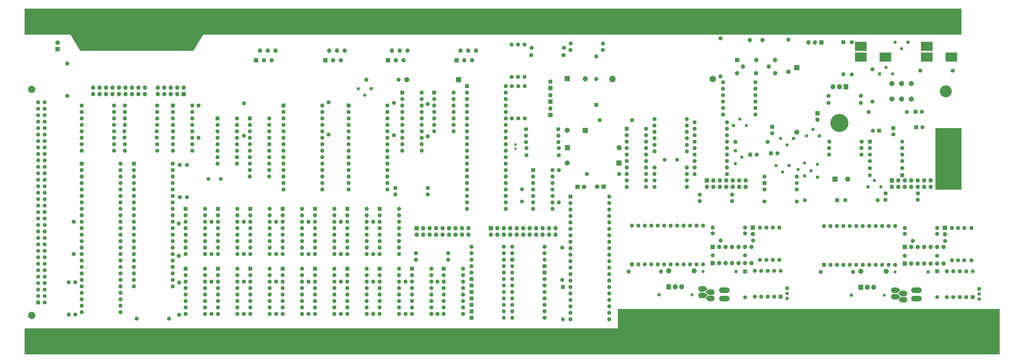
<source format=gbs>
%TF.GenerationSoftware,KiCad,Pcbnew,8.0.6+1*%
%TF.CreationDate,2024-12-23T15:37:47+01:00*%
%TF.ProjectId,Issue_6,49737375-655f-4362-9e6b-696361645f70,0*%
%TF.SameCoordinates,Original*%
%TF.FileFunction,Soldermask,Bot*%
%TF.FilePolarity,Negative*%
%FSLAX46Y46*%
G04 Gerber Fmt 4.6, Leading zero omitted, Abs format (unit mm)*
G04 Created by KiCad (PCBNEW 8.0.6+1) date 2024-12-23 15:37:47*
%MOMM*%
%LPD*%
G01*
G04 APERTURE LIST*
G04 Aperture macros list*
%AMRoundRect*
0 Rectangle with rounded corners*
0 $1 Rounding radius*
0 $2 $3 $4 $5 $6 $7 $8 $9 X,Y pos of 4 corners*
0 Add a 4 corners polygon primitive as box body*
4,1,4,$2,$3,$4,$5,$6,$7,$8,$9,$2,$3,0*
0 Add four circle primitives for the rounded corners*
1,1,$1+$1,$2,$3*
1,1,$1+$1,$4,$5*
1,1,$1+$1,$6,$7*
1,1,$1+$1,$8,$9*
0 Add four rect primitives between the rounded corners*
20,1,$1+$1,$2,$3,$4,$5,0*
20,1,$1+$1,$4,$5,$6,$7,0*
20,1,$1+$1,$6,$7,$8,$9,0*
20,1,$1+$1,$8,$9,$2,$3,0*%
%AMRotRect*
0 Rectangle, with rotation*
0 The origin of the aperture is its center*
0 $1 length*
0 $2 width*
0 $3 Rotation angle, in degrees counterclockwise*
0 Add horizontal line*
21,1,$1,$2,0,0,$3*%
G04 Aperture macros list end*
%ADD10C,3.581000*%
%ADD11C,0.100000*%
%ADD12C,2.350446*%
%ADD13RoundRect,0.500000X-3.750000X-0.350000X3.750000X-0.350000X3.750000X0.350000X-3.750000X0.350000X0*%
%ADD14R,1.600000X1.600000*%
%ADD15O,1.600000X1.600000*%
%ADD16R,1.700000X1.700000*%
%ADD17O,1.700000X1.700000*%
%ADD18RoundRect,0.050800X-2.250000X1.750000X-2.250000X-1.750000X2.250000X-1.750000X2.250000X1.750000X0*%
%ADD19R,1.905000X2.000000*%
%ADD20O,1.905000X2.000000*%
%ADD21C,1.600000*%
%ADD22R,1.200000X1.200000*%
%ADD23C,1.200000*%
%ADD24R,1.500000X1.500000*%
%ADD25O,1.500000X1.500000*%
%ADD26R,1.350000X1.350000*%
%ADD27O,1.350000X1.350000*%
%ADD28RotRect,1.500000X1.500000X45.000000*%
%ADD29RoundRect,1.100000X0.400000X0.000010X-0.400000X0.000010X-0.400000X-0.000010X0.400000X-0.000010X0*%
%ADD30RoundRect,1.100000X-0.400000X-0.000010X0.400000X-0.000010X0.400000X0.000010X-0.400000X0.000010X0*%
%ADD31R,1.300000X1.300000*%
%ADD32C,1.300000*%
%ADD33R,2.000000X2.000000*%
%ADD34O,2.000000X2.000000*%
%ADD35C,1.000000*%
%ADD36RoundRect,1.100000X-0.975000X-0.000010X0.975000X-0.000010X0.975000X0.000010X-0.975000X0.000010X0*%
%ADD37R,1.800000X1.800000*%
%ADD38C,1.800000*%
%ADD39C,2.000000*%
%ADD40C,1.500000*%
%ADD41C,2.850000*%
%ADD42RoundRect,0.249999X-0.525001X0.525001X-0.525001X-0.525001X0.525001X-0.525001X0.525001X0.525001X0*%
%ADD43C,1.550000*%
%ADD44O,2.500000X2.600000*%
%ADD45O,2.500000X2.500000*%
G04 APERTURE END LIST*
D10*
X345071500Y-126238000D02*
G75*
G02*
X341490500Y-126238000I-1790500J0D01*
G01*
X341490500Y-126238000D02*
G75*
G02*
X345071500Y-126238000I1790500J0D01*
G01*
D11*
X391160000Y-91440000D02*
X93345000Y-91440000D01*
X89535000Y-97790000D01*
X45085000Y-97790000D01*
X41275000Y-91440000D01*
X23241000Y-91440000D01*
X23241000Y-81280000D01*
X391160000Y-81280000D01*
X391160000Y-91440000D01*
G36*
X391160000Y-91440000D02*
G01*
X93345000Y-91440000D01*
X89535000Y-97790000D01*
X45085000Y-97790000D01*
X41275000Y-91440000D01*
X23241000Y-91440000D01*
X23241000Y-81280000D01*
X391160000Y-81280000D01*
X391160000Y-91440000D01*
G37*
X406146000Y-217170000D02*
X23241000Y-217170000D01*
X23241000Y-207010000D01*
X256286000Y-207010000D01*
X256286000Y-199390000D01*
X406146000Y-199390000D01*
X406146000Y-217170000D01*
G36*
X406146000Y-217170000D02*
G01*
X23241000Y-217170000D01*
X23241000Y-207010000D01*
X256286000Y-207010000D01*
X256286000Y-199390000D01*
X406146000Y-199390000D01*
X406146000Y-217170000D01*
G37*
X381000000Y-128270000D02*
X391160000Y-128270000D01*
X391160000Y-152400000D01*
X381000000Y-152400000D01*
X381000000Y-128270000D01*
G36*
X381000000Y-128270000D02*
G01*
X391160000Y-128270000D01*
X391160000Y-152400000D01*
X381000000Y-152400000D01*
X381000000Y-128270000D01*
G37*
%TO.C,S3*%
D12*
X386239223Y-113792000D02*
G75*
G02*
X383888777Y-113792000I-1175223J0D01*
G01*
X383888777Y-113792000D02*
G75*
G02*
X386239223Y-113792000I1175223J0D01*
G01*
%TD*%
D13*
%TO.C,EC1*%
X386207000Y-131318000D03*
X386207000Y-133858000D03*
X386207000Y-138938000D03*
X386207000Y-141478000D03*
X386207000Y-144018000D03*
X386207000Y-146558000D03*
X386207000Y-149098000D03*
%TD*%
D14*
%TO.C,D26*%
X344805000Y-94488000D03*
D15*
X344805000Y-107061000D03*
%TD*%
D16*
%TO.C,J2*%
X85725000Y-114845000D03*
D17*
X85725000Y-112305000D03*
X83185000Y-114845000D03*
X83185000Y-112305000D03*
X80645000Y-114845000D03*
X80645000Y-112305000D03*
X78105000Y-114845000D03*
X78105000Y-112305000D03*
X75565000Y-114845000D03*
X75565000Y-112305000D03*
X70485000Y-114845000D03*
X70485000Y-112305000D03*
X67945000Y-114845000D03*
X67945000Y-112305000D03*
X65405000Y-114845000D03*
X65405000Y-112305000D03*
X62865000Y-114845000D03*
X62865000Y-112305000D03*
X60325000Y-114845000D03*
X60325000Y-112305000D03*
X57785000Y-114845000D03*
X57785000Y-112305000D03*
X55245000Y-114845000D03*
X55245000Y-112305000D03*
X52705000Y-114845000D03*
X52705000Y-112305000D03*
X50165000Y-114845000D03*
X50165000Y-112305000D03*
%TD*%
D14*
%TO.C,D25*%
X323215000Y-106045000D03*
D15*
X323215000Y-93472000D03*
%TD*%
D18*
%TO.C,J9*%
X351703000Y-96092000D03*
X351703000Y-100283000D03*
X361355000Y-100283000D03*
%TD*%
%TO.C,J10*%
X377571000Y-96092000D03*
X377571000Y-100283000D03*
X387223000Y-100283000D03*
%TD*%
D19*
%TO.C,IC31*%
X276225000Y-190683000D03*
D20*
X278765000Y-190683000D03*
X281305000Y-190683000D03*
%TD*%
D21*
%TO.C,R47*%
X58420000Y-137160000D03*
D15*
X45720000Y-137160000D03*
%TD*%
D14*
%TO.C,C22*%
X358902000Y-129286000D03*
D21*
X356402000Y-129286000D03*
%TD*%
%TO.C,R56*%
X297585000Y-115310000D03*
D15*
X310285000Y-115310000D03*
%TD*%
D21*
%TO.C,R62*%
X211455000Y-185039000D03*
D15*
X198755000Y-185039000D03*
%TD*%
D21*
%TO.C,C31*%
X283337000Y-137414000D03*
D15*
X270637000Y-137414000D03*
%TD*%
D22*
%TO.C,C10*%
X347980000Y-193929000D03*
D23*
X360934000Y-193929000D03*
%TD*%
D24*
%TO.C,D2*%
X227457000Y-182499000D03*
D25*
X214757000Y-182499000D03*
%TD*%
D16*
%TO.C,J201*%
X368935000Y-175006000D03*
D17*
X371475000Y-175006000D03*
X374015000Y-175006000D03*
X376555000Y-175006000D03*
X379095000Y-175006000D03*
X381635000Y-175006000D03*
X384175000Y-175006000D03*
%TD*%
D21*
%TO.C,R86*%
X244094000Y-146304000D03*
D15*
X256794000Y-146304000D03*
%TD*%
D21*
%TO.C,R48*%
X233045000Y-138938000D03*
D15*
X220345000Y-138938000D03*
%TD*%
D21*
%TO.C,R21*%
X227457000Y-195199000D03*
D15*
X214757000Y-195199000D03*
%TD*%
D26*
%TO.C,SW2*%
X398145000Y-191453000D03*
D27*
X398145000Y-193453000D03*
X398145000Y-195453000D03*
%TD*%
D24*
%TO.C,D1*%
X227457000Y-185039000D03*
D25*
X214757000Y-185039000D03*
%TD*%
D14*
%TO.C,IC5*%
X137287000Y-160020000D03*
D15*
X137287000Y-162560000D03*
X137287000Y-165100000D03*
X137287000Y-167640000D03*
X137287000Y-170180000D03*
X137287000Y-172720000D03*
X137287000Y-175260000D03*
X137287000Y-177800000D03*
X144907000Y-177800000D03*
X144907000Y-175260000D03*
X144907000Y-172720000D03*
X144907000Y-170180000D03*
X144907000Y-167640000D03*
X144907000Y-165100000D03*
X144907000Y-162560000D03*
X144907000Y-160020000D03*
%TD*%
D21*
%TO.C,R10*%
X235077000Y-96647000D03*
D15*
X222377000Y-96647000D03*
%TD*%
D14*
%TO.C,C41*%
X373166000Y-121793000D03*
D21*
X375666000Y-121793000D03*
%TD*%
%TO.C,R78*%
X75311000Y-134620000D03*
D15*
X62611000Y-134620000D03*
%TD*%
D21*
%TO.C,R44*%
X306197000Y-167386000D03*
D15*
X293497000Y-167386000D03*
%TD*%
D21*
%TO.C,DC24*%
X147447000Y-201295000D03*
D15*
X147447000Y-188595000D03*
%TD*%
D28*
%TO.C,L2*%
X290449000Y-191516000D03*
D29*
X289399000Y-191516000D03*
D28*
X291719000Y-192786000D03*
D30*
X292769000Y-192786000D03*
D28*
X290449000Y-194056000D03*
D29*
X289399000Y-194056000D03*
D28*
X291719000Y-195199000D03*
D30*
X292769000Y-195199000D03*
%TD*%
D21*
%TO.C,R29*%
X355219000Y-141224000D03*
D15*
X367919000Y-141224000D03*
%TD*%
D21*
%TO.C,C32*%
X286385000Y-143764000D03*
D15*
X299085000Y-143764000D03*
%TD*%
D21*
%TO.C,C48*%
X234950000Y-99568000D03*
D15*
X222250000Y-99568000D03*
%TD*%
D21*
%TO.C,C49*%
X319659000Y-180086000D03*
D15*
X319659000Y-167386000D03*
%TD*%
D31*
%TO.C,TR7*%
X329565000Y-147066000D03*
D32*
X327025000Y-144526000D03*
X329565000Y-141986000D03*
%TD*%
D21*
%TO.C,R58*%
X297585000Y-120390000D03*
D15*
X310285000Y-120390000D03*
%TD*%
D21*
%TO.C,R17*%
X220218000Y-128651000D03*
D15*
X232918000Y-128651000D03*
%TD*%
D21*
%TO.C,R20*%
X227457000Y-197739000D03*
D15*
X214757000Y-197739000D03*
%TD*%
D14*
%TO.C,IC16*%
X175387000Y-183515000D03*
D15*
X175387000Y-186055000D03*
X175387000Y-188595000D03*
X175387000Y-191135000D03*
X175387000Y-193675000D03*
X175387000Y-196215000D03*
X175387000Y-198755000D03*
X175387000Y-201295000D03*
X183007000Y-201295000D03*
X183007000Y-198755000D03*
X183007000Y-196215000D03*
X183007000Y-193675000D03*
X183007000Y-191135000D03*
X183007000Y-188595000D03*
X183007000Y-186055000D03*
X183007000Y-183515000D03*
%TD*%
D21*
%TO.C,R90*%
X217170000Y-124460000D03*
D15*
X217170000Y-111760000D03*
%TD*%
D21*
%TO.C,C19*%
X326517000Y-152400000D03*
D15*
X313817000Y-152400000D03*
%TD*%
D24*
%TO.C,D16*%
X313817000Y-149860000D03*
D25*
X326517000Y-149860000D03*
%TD*%
D21*
%TO.C,R49*%
X315087000Y-133705600D03*
D15*
X302387000Y-133705600D03*
%TD*%
D14*
%TO.C,IC13*%
X137287000Y-183515000D03*
D15*
X137287000Y-186055000D03*
X137287000Y-188595000D03*
X137287000Y-191135000D03*
X137287000Y-193675000D03*
X137287000Y-196215000D03*
X137287000Y-198755000D03*
X137287000Y-201295000D03*
X144907000Y-201295000D03*
X144907000Y-198755000D03*
X144907000Y-196215000D03*
X144907000Y-193675000D03*
X144907000Y-191135000D03*
X144907000Y-188595000D03*
X144907000Y-186055000D03*
X144907000Y-183515000D03*
%TD*%
D21*
%TO.C,DC20*%
X96647000Y-201295000D03*
D15*
X96647000Y-188595000D03*
%TD*%
D21*
%TO.C,C50*%
X395097000Y-180213000D03*
D15*
X395097000Y-167513000D03*
%TD*%
D21*
%TO.C,R32*%
X288417000Y-156972000D03*
D15*
X301117000Y-156972000D03*
%TD*%
D33*
%TO.C,C37*%
X326567800Y-104444800D03*
D34*
X326567800Y-129844800D03*
%TD*%
D21*
%TO.C,DC26*%
X172847000Y-201295000D03*
D15*
X172847000Y-188595000D03*
%TD*%
D16*
%TO.C,J6*%
X192913000Y-101600000D03*
D17*
X194437000Y-97790000D03*
X195961000Y-101600000D03*
X197485000Y-97790000D03*
X199009000Y-101600000D03*
X200533000Y-97790000D03*
%TD*%
D16*
%TO.C,M2*%
X309245000Y-167335200D03*
D17*
X309245000Y-169875200D03*
%TD*%
D21*
%TO.C,R92_2*%
X40005000Y-115570000D03*
D15*
X40005000Y-102870000D03*
%TD*%
D24*
%TO.C,D14*%
X306197000Y-184650000D03*
D25*
X306197000Y-194810000D03*
%TD*%
D31*
%TO.C,TR2*%
X370205000Y-94488000D03*
D32*
X367665000Y-97028000D03*
X365125000Y-94488000D03*
%TD*%
D21*
%TO.C,DC5*%
X181610000Y-118745000D03*
D15*
X181610000Y-131445000D03*
%TD*%
D21*
%TO.C,R92*%
X219583000Y-95377000D03*
D15*
X219583000Y-108077000D03*
%TD*%
D16*
%TO.C,HDB1*%
X291211000Y-148844000D03*
D17*
X293751000Y-148844000D03*
X296291000Y-148844000D03*
X298831000Y-148844000D03*
X301371000Y-148844000D03*
X303911000Y-148844000D03*
X306451000Y-148844000D03*
X291211000Y-151384000D03*
X293751000Y-151384000D03*
X296291000Y-151384000D03*
X298831000Y-151384000D03*
X301371000Y-151384000D03*
X303911000Y-151384000D03*
X306451000Y-151384000D03*
%TD*%
D21*
%TO.C,R63*%
X211455000Y-182499000D03*
D15*
X198755000Y-182499000D03*
%TD*%
D14*
%TO.C,C21*%
X308269000Y-138684000D03*
D21*
X310769000Y-138684000D03*
%TD*%
%TO.C,C13*%
X312039000Y-180086000D03*
D15*
X312039000Y-167386000D03*
%TD*%
D21*
%TO.C,R74*%
X75184000Y-129540000D03*
D15*
X62484000Y-129540000D03*
%TD*%
D21*
%TO.C,C16*%
X368935000Y-169799000D03*
D15*
X381635000Y-169799000D03*
%TD*%
D21*
%TO.C,C34*%
X286385000Y-138684000D03*
D15*
X299085000Y-138684000D03*
%TD*%
D24*
%TO.C,D3*%
X214757000Y-179959000D03*
D25*
X227457000Y-179959000D03*
%TD*%
D21*
%TO.C,C43*%
X270637000Y-124714000D03*
D15*
X283337000Y-124714000D03*
%TD*%
D31*
%TO.C,TR5*%
X334645000Y-147574000D03*
D32*
X332105000Y-145034000D03*
X334645000Y-142494000D03*
%TD*%
D14*
%TO.C,IC18*%
X45720000Y-142240000D03*
D15*
X45720000Y-144780000D03*
X45720000Y-147320000D03*
X45720000Y-149860000D03*
X45720000Y-152400000D03*
X45720000Y-154940000D03*
X45720000Y-157480000D03*
X45720000Y-160020000D03*
X45720000Y-162560000D03*
X45720000Y-165100000D03*
X45720000Y-167640000D03*
X45720000Y-170180000D03*
X45720000Y-172720000D03*
X45720000Y-175260000D03*
X45720000Y-177800000D03*
X45720000Y-180340000D03*
X45720000Y-182880000D03*
X45720000Y-185420000D03*
X45720000Y-187960000D03*
X45720000Y-190500000D03*
X45720000Y-193040000D03*
X45720000Y-195580000D03*
X45720000Y-198120000D03*
X45720000Y-200660000D03*
X60960000Y-200660000D03*
X60960000Y-198120000D03*
X60960000Y-195580000D03*
X60960000Y-193040000D03*
X60960000Y-190500000D03*
X60960000Y-187960000D03*
X60960000Y-185420000D03*
X60960000Y-182880000D03*
X60960000Y-180340000D03*
X60960000Y-177800000D03*
X60960000Y-175260000D03*
X60960000Y-172720000D03*
X60960000Y-170180000D03*
X60960000Y-167640000D03*
X60960000Y-165100000D03*
X60960000Y-162560000D03*
X60960000Y-160020000D03*
X60960000Y-157480000D03*
X60960000Y-154940000D03*
X60960000Y-152400000D03*
X60960000Y-149860000D03*
X60960000Y-147320000D03*
X60960000Y-144780000D03*
X60960000Y-142240000D03*
%TD*%
D21*
%TO.C,C20*%
X361442000Y-153924000D03*
D15*
X374142000Y-153924000D03*
%TD*%
D14*
%TO.C,IC28*%
X259715000Y-128524000D03*
D15*
X259715000Y-131064000D03*
X259715000Y-133604000D03*
X259715000Y-136144000D03*
X259715000Y-138684000D03*
X259715000Y-141224000D03*
X259715000Y-143764000D03*
X259715000Y-146304000D03*
X259715000Y-148844000D03*
X259715000Y-151384000D03*
X267335000Y-151384000D03*
X267335000Y-148844000D03*
X267335000Y-146304000D03*
X267335000Y-143764000D03*
X267335000Y-141224000D03*
X267335000Y-138684000D03*
X267335000Y-136144000D03*
X267335000Y-133604000D03*
X267335000Y-131064000D03*
X267335000Y-128524000D03*
%TD*%
D21*
%TO.C,DC27*%
X185420000Y-201295000D03*
D15*
X185420000Y-188595000D03*
%TD*%
D16*
%TO.C,J4*%
X141351000Y-101600000D03*
D17*
X142875000Y-97790000D03*
X144399000Y-101600000D03*
X145923000Y-97790000D03*
X147447000Y-101600000D03*
X148971000Y-97790000D03*
%TD*%
D22*
%TO.C,C11*%
X302641000Y-184658000D03*
D23*
X289687000Y-184658000D03*
%TD*%
D21*
%TO.C,C26*%
X270637000Y-143764000D03*
D15*
X283337000Y-143764000D03*
%TD*%
D14*
%TO.C,C47*%
X364490000Y-128207888D03*
D21*
X364490000Y-130707888D03*
%TD*%
%TO.C,R18*%
X227457000Y-202819000D03*
D15*
X214757000Y-202819000D03*
%TD*%
D21*
%TO.C,C5*%
X306197000Y-178308000D03*
D15*
X293497000Y-178308000D03*
%TD*%
D21*
%TO.C,C46*%
X345567000Y-156591000D03*
D15*
X358267000Y-156591000D03*
%TD*%
D21*
%TO.C,R61*%
X237744000Y-94996000D03*
D15*
X250444000Y-94996000D03*
%TD*%
D21*
%TO.C,R23*%
X227457000Y-190119000D03*
D15*
X214757000Y-190119000D03*
%TD*%
D21*
%TO.C,R57*%
X297585000Y-117850000D03*
D15*
X310285000Y-117850000D03*
%TD*%
D21*
%TO.C,DC3*%
X142621000Y-118110000D03*
D15*
X142621000Y-130810000D03*
%TD*%
D35*
%TO.C,X2*%
X216027000Y-136398000D03*
X216027000Y-134698000D03*
%TD*%
D21*
%TO.C,L5*%
X369697000Y-121920000D03*
D15*
X354697000Y-121920000D03*
%TD*%
D21*
%TO.C,R33*%
X355219000Y-144018000D03*
D15*
X367919000Y-144018000D03*
%TD*%
D21*
%TO.C,R76*%
X75184000Y-131953000D03*
D15*
X62484000Y-131953000D03*
%TD*%
D21*
%TO.C,R51*%
X270637000Y-129674000D03*
D15*
X283337000Y-129674000D03*
%TD*%
D21*
%TO.C,R85*%
X261874000Y-125095000D03*
D15*
X249174000Y-125095000D03*
%TD*%
D21*
%TO.C,R40*%
X315087000Y-184404000D03*
D15*
X315087000Y-194564000D03*
%TD*%
D16*
%TO.C,J202*%
X368935000Y-181483000D03*
D17*
X371475000Y-181483000D03*
X374015000Y-181483000D03*
X376555000Y-181483000D03*
X379095000Y-181483000D03*
X381635000Y-181483000D03*
X384175000Y-181483000D03*
%TD*%
D21*
%TO.C,R15*%
X387731000Y-105664000D03*
D15*
X375031000Y-105664000D03*
%TD*%
D21*
%TO.C,R80*%
X220218000Y-131191000D03*
D15*
X232918000Y-131191000D03*
%TD*%
D21*
%TO.C,DC16*%
X160147000Y-177800000D03*
D15*
X160147000Y-165100000D03*
%TD*%
D21*
%TO.C,R8*%
X217043000Y-108077000D03*
D15*
X217043000Y-95377000D03*
%TD*%
D14*
%TO.C,IC25*%
X184150000Y-114300000D03*
D15*
X184150000Y-116840000D03*
X184150000Y-119380000D03*
X184150000Y-121920000D03*
X184150000Y-124460000D03*
X184150000Y-127000000D03*
X184150000Y-129540000D03*
X191770000Y-129540000D03*
X191770000Y-127000000D03*
X191770000Y-124460000D03*
X191770000Y-121920000D03*
X191770000Y-119380000D03*
X191770000Y-116840000D03*
X191770000Y-114300000D03*
%TD*%
D21*
%TO.C,R12*%
X339217000Y-136144000D03*
D15*
X351917000Y-136144000D03*
%TD*%
D14*
%TO.C,IC33*%
X124968000Y-119380000D03*
D15*
X124968000Y-121920000D03*
X124968000Y-124460000D03*
X124968000Y-127000000D03*
X124968000Y-129540000D03*
X124968000Y-132080000D03*
X124968000Y-134620000D03*
X124968000Y-137160000D03*
X124968000Y-139700000D03*
X124968000Y-142240000D03*
X124968000Y-144780000D03*
X124968000Y-147320000D03*
X124968000Y-149860000D03*
X124968000Y-152400000D03*
X140208000Y-152400000D03*
X140208000Y-149860000D03*
X140208000Y-147320000D03*
X140208000Y-144780000D03*
X140208000Y-142240000D03*
X140208000Y-139700000D03*
X140208000Y-137160000D03*
X140208000Y-134620000D03*
X140208000Y-132080000D03*
X140208000Y-129540000D03*
X140208000Y-127000000D03*
X140208000Y-124460000D03*
X140208000Y-121920000D03*
X140208000Y-119380000D03*
%TD*%
D14*
%TO.C,IC10*%
X99187000Y-183515000D03*
D15*
X99187000Y-186055000D03*
X99187000Y-188595000D03*
X99187000Y-191135000D03*
X99187000Y-193675000D03*
X99187000Y-196215000D03*
X99187000Y-198755000D03*
X99187000Y-201295000D03*
X106807000Y-201295000D03*
X106807000Y-198755000D03*
X106807000Y-196215000D03*
X106807000Y-193675000D03*
X106807000Y-191135000D03*
X106807000Y-188595000D03*
X106807000Y-186055000D03*
X106807000Y-183515000D03*
%TD*%
D21*
%TO.C,R54*%
X270637000Y-132214000D03*
D15*
X283337000Y-132214000D03*
%TD*%
D21*
%TO.C,R35*%
X385445000Y-194691000D03*
D15*
X385445000Y-184531000D03*
%TD*%
D21*
%TO.C,C44*%
X338963000Y-115570000D03*
D15*
X351663000Y-115570000D03*
%TD*%
D21*
%TO.C,R104*%
X326517000Y-147320000D03*
D15*
X313817000Y-147320000D03*
%TD*%
D24*
%TO.C,D10*%
X198755000Y-190119000D03*
D25*
X211455000Y-190119000D03*
%TD*%
D21*
%TO.C,R72*%
X75311000Y-127000000D03*
D15*
X62611000Y-127000000D03*
%TD*%
D14*
%TO.C,IC3*%
X111887000Y-160020000D03*
D15*
X111887000Y-162560000D03*
X111887000Y-165100000D03*
X111887000Y-167640000D03*
X111887000Y-170180000D03*
X111887000Y-172720000D03*
X111887000Y-175260000D03*
X111887000Y-177800000D03*
X119507000Y-177800000D03*
X119507000Y-175260000D03*
X119507000Y-172720000D03*
X119507000Y-170180000D03*
X119507000Y-167640000D03*
X119507000Y-165100000D03*
X119507000Y-162560000D03*
X119507000Y-160020000D03*
%TD*%
D21*
%TO.C,C45*%
X286385000Y-131064000D03*
D15*
X299085000Y-131064000D03*
%TD*%
D19*
%TO.C,U35*%
X345821000Y-112014000D03*
D20*
X343281000Y-112014000D03*
X340741000Y-112014000D03*
%TD*%
D24*
%TO.C,D12*%
X320167000Y-194564000D03*
D25*
X320167000Y-184404000D03*
%TD*%
D16*
%TO.C,J101*%
X293497000Y-175006000D03*
D17*
X296037000Y-175006000D03*
X298577000Y-175006000D03*
X301117000Y-175006000D03*
X303657000Y-175006000D03*
X306197000Y-175006000D03*
X308737000Y-175006000D03*
%TD*%
D16*
%TO.C,J3*%
X114173000Y-101600000D03*
D17*
X115697000Y-97790000D03*
X117221000Y-101600000D03*
X118745000Y-97790000D03*
X120269000Y-101600000D03*
X121793000Y-97790000D03*
%TD*%
D21*
%TO.C,R88*%
X310261000Y-112770000D03*
D15*
X297561000Y-112770000D03*
%TD*%
D21*
%TO.C,R25*%
X283337000Y-151384000D03*
D15*
X270637000Y-151384000D03*
%TD*%
D21*
%TO.C,R98*%
X234442000Y-175260000D03*
D15*
X234442000Y-187960000D03*
%TD*%
D24*
%TO.C,D13*%
X395605000Y-194691000D03*
D25*
X395605000Y-184531000D03*
%TD*%
D21*
%TO.C,R42*%
X314579000Y-180086000D03*
D15*
X314579000Y-167386000D03*
%TD*%
D36*
%TO.C,L6*%
X298103000Y-192024000D03*
X298103000Y-195326000D03*
%TD*%
D37*
%TO.C,D27_2*%
X36195000Y-97155000D03*
D38*
X36195000Y-94615000D03*
%TD*%
D21*
%TO.C,R65*%
X211455000Y-177419000D03*
D15*
X198755000Y-177419000D03*
%TD*%
D24*
%TO.C,D8*%
X198755000Y-195199000D03*
D25*
X211455000Y-195199000D03*
%TD*%
D21*
%TO.C,R1*%
X58420000Y-132080000D03*
D15*
X45720000Y-132080000D03*
%TD*%
D21*
%TO.C,R68*%
X176911000Y-177419000D03*
D15*
X189611000Y-177419000D03*
%TD*%
D21*
%TO.C,C33*%
X299085000Y-136144000D03*
D15*
X286385000Y-136144000D03*
%TD*%
D37*
%TO.C,D20_1*%
X240411000Y-151384000D03*
D38*
X242951000Y-151384000D03*
%TD*%
D14*
%TO.C,IC26*%
X223012000Y-144780000D03*
D15*
X223012000Y-147320000D03*
X223012000Y-149860000D03*
X223012000Y-152400000D03*
X223012000Y-154940000D03*
X223012000Y-157480000D03*
X223012000Y-160020000D03*
X230632000Y-160020000D03*
X230632000Y-157480000D03*
X230632000Y-154940000D03*
X230632000Y-152400000D03*
X230632000Y-149860000D03*
X230632000Y-147320000D03*
X230632000Y-144780000D03*
%TD*%
D21*
%TO.C,R45*%
X381635000Y-167513000D03*
D15*
X368935000Y-167513000D03*
%TD*%
D14*
%TO.C,IC19*%
X81534000Y-119380000D03*
D15*
X81534000Y-121920000D03*
X81534000Y-124460000D03*
X81534000Y-127000000D03*
X81534000Y-129540000D03*
X81534000Y-132080000D03*
X81534000Y-134620000D03*
X81534000Y-137160000D03*
X89154000Y-137160000D03*
X89154000Y-134620000D03*
X89154000Y-132080000D03*
X89154000Y-129540000D03*
X89154000Y-127000000D03*
X89154000Y-124460000D03*
X89154000Y-121920000D03*
X89154000Y-119380000D03*
%TD*%
D14*
%TO.C,IC30*%
X337185000Y-181991000D03*
D15*
X339725000Y-181991000D03*
X342265000Y-181991000D03*
X344805000Y-181991000D03*
X347345000Y-181991000D03*
X349885000Y-181991000D03*
X352425000Y-181991000D03*
X354965000Y-181991000D03*
X357505000Y-181991000D03*
X360045000Y-181991000D03*
X362585000Y-181991000D03*
X365125000Y-181991000D03*
X365125000Y-166751000D03*
X362585000Y-166751000D03*
X360045000Y-166751000D03*
X357505000Y-166751000D03*
X354965000Y-166751000D03*
X352425000Y-166751000D03*
X349885000Y-166751000D03*
X347345000Y-166751000D03*
X344805000Y-166751000D03*
X342265000Y-166751000D03*
X339725000Y-166751000D03*
X337185000Y-166751000D03*
%TD*%
D17*
%TO.C,J7*%
X313055000Y-93585000D03*
X308055000Y-93585000D03*
D16*
X303102000Y-101459000D03*
D17*
X310595000Y-101459000D03*
X317961000Y-101459000D03*
X305388000Y-103999000D03*
X315548000Y-103999000D03*
X303055000Y-106666000D03*
X318055000Y-106666000D03*
X310555000Y-106666000D03*
%TD*%
D31*
%TO.C,TR4*%
X354457000Y-151384000D03*
D32*
X356997000Y-148844000D03*
X359537000Y-151384000D03*
%TD*%
D24*
%TO.C,D29*%
X355219000Y-133604000D03*
D25*
X367919000Y-133604000D03*
%TD*%
D21*
%TO.C,C18*%
X335915000Y-184785000D03*
D15*
X348615000Y-184785000D03*
%TD*%
D14*
%TO.C,IC7*%
X162687000Y-160020000D03*
D15*
X162687000Y-162560000D03*
X162687000Y-165100000D03*
X162687000Y-167640000D03*
X162687000Y-170180000D03*
X162687000Y-172720000D03*
X162687000Y-175260000D03*
X162687000Y-177800000D03*
X170307000Y-177800000D03*
X170307000Y-175260000D03*
X170307000Y-172720000D03*
X170307000Y-170180000D03*
X170307000Y-167640000D03*
X170307000Y-165100000D03*
X170307000Y-162560000D03*
X170307000Y-160020000D03*
%TD*%
D21*
%TO.C,R96*%
X170180000Y-109220000D03*
D15*
X157480000Y-109220000D03*
%TD*%
D16*
%TO.C,J8*%
X336169000Y-94570000D03*
D17*
X333629000Y-94570000D03*
X331089000Y-94570000D03*
%TD*%
D21*
%TO.C,DC15*%
X147447000Y-177800000D03*
D15*
X147447000Y-165100000D03*
%TD*%
D21*
%TO.C,R13*%
X338963000Y-118364000D03*
D15*
X351663000Y-118364000D03*
%TD*%
D21*
%TO.C,R100*%
X309372000Y-172466000D03*
D15*
X296672000Y-172466000D03*
%TD*%
D26*
%TO.C,SW1*%
X322707000Y-191262000D03*
D27*
X322707000Y-193262000D03*
X322707000Y-195262000D03*
%TD*%
D21*
%TO.C,R91*%
X220218000Y-133731000D03*
D15*
X232918000Y-133731000D03*
%TD*%
D14*
%TO.C,C42*%
X373420000Y-127889000D03*
D21*
X375920000Y-127889000D03*
%TD*%
D19*
%TO.C,IC32*%
X351663000Y-190810000D03*
D20*
X354203000Y-190810000D03*
X356743000Y-190810000D03*
%TD*%
D14*
%TO.C,IC6*%
X149987000Y-160020000D03*
D15*
X149987000Y-162560000D03*
X149987000Y-165100000D03*
X149987000Y-167640000D03*
X149987000Y-170180000D03*
X149987000Y-172720000D03*
X149987000Y-175260000D03*
X149987000Y-177800000D03*
X157607000Y-177800000D03*
X157607000Y-175260000D03*
X157607000Y-172720000D03*
X157607000Y-170180000D03*
X157607000Y-167640000D03*
X157607000Y-165100000D03*
X157607000Y-162560000D03*
X157607000Y-160020000D03*
%TD*%
D14*
%TO.C,IC9*%
X86487000Y-183515000D03*
D15*
X86487000Y-186055000D03*
X86487000Y-188595000D03*
X86487000Y-191135000D03*
X86487000Y-193675000D03*
X86487000Y-196215000D03*
X86487000Y-198755000D03*
X86487000Y-201295000D03*
X94107000Y-201295000D03*
X94107000Y-198755000D03*
X94107000Y-196215000D03*
X94107000Y-193675000D03*
X94107000Y-191135000D03*
X94107000Y-188595000D03*
X94107000Y-186055000D03*
X94107000Y-183515000D03*
%TD*%
D33*
%TO.C,C23*%
X243459000Y-129159000D03*
D34*
X243459000Y-108839000D03*
%TD*%
D14*
%TO.C,IC29*%
X261747000Y-181864000D03*
D15*
X264287000Y-181864000D03*
X266827000Y-181864000D03*
X269367000Y-181864000D03*
X271907000Y-181864000D03*
X274447000Y-181864000D03*
X276987000Y-181864000D03*
X279527000Y-181864000D03*
X282067000Y-181864000D03*
X284607000Y-181864000D03*
X287147000Y-181864000D03*
X289687000Y-181864000D03*
X289687000Y-166624000D03*
X287147000Y-166624000D03*
X284607000Y-166624000D03*
X282067000Y-166624000D03*
X279527000Y-166624000D03*
X276987000Y-166624000D03*
X274447000Y-166624000D03*
X271907000Y-166624000D03*
X269367000Y-166624000D03*
X266827000Y-166624000D03*
X264287000Y-166624000D03*
X261747000Y-166624000D03*
%TD*%
D21*
%TO.C,R28*%
X288417000Y-154432000D03*
D15*
X301117000Y-154432000D03*
%TD*%
D21*
%TO.C,R77*%
X75311000Y-121920000D03*
D15*
X62611000Y-121920000D03*
%TD*%
D21*
%TO.C,R34*%
X310007000Y-194564000D03*
D15*
X310007000Y-184404000D03*
%TD*%
D21*
%TO.C,R55*%
X286385000Y-133604000D03*
D15*
X299085000Y-133604000D03*
%TD*%
D21*
%TO.C,R9*%
X214503000Y-108077000D03*
D15*
X214503000Y-95377000D03*
%TD*%
D21*
%TO.C,C15*%
X293497000Y-169672000D03*
D15*
X306197000Y-169672000D03*
%TD*%
D33*
%TO.C,C39*%
X341503000Y-148336000D03*
D39*
X346503000Y-148336000D03*
%TD*%
D33*
%TO.C,C25*%
X256717800Y-141986000D03*
D34*
X236397800Y-141986000D03*
%TD*%
D21*
%TO.C,R59*%
X297585000Y-122930000D03*
D15*
X310285000Y-122930000D03*
%TD*%
D21*
%TO.C,C29*%
X270637000Y-134874000D03*
D15*
X283337000Y-134874000D03*
%TD*%
D21*
%TO.C,DC25*%
X160147000Y-201295000D03*
D15*
X160147000Y-188595000D03*
%TD*%
D31*
%TO.C,TR1*%
X325247000Y-132334000D03*
D32*
X322707000Y-134874000D03*
X320167000Y-132334000D03*
%TD*%
D21*
%TO.C,R97*%
X214757000Y-177419000D03*
D15*
X227457000Y-177419000D03*
%TD*%
D16*
%TO.C,M3*%
X384683000Y-167487600D03*
D17*
X384683000Y-170027600D03*
%TD*%
D21*
%TO.C,C30*%
X286385000Y-141224000D03*
D15*
X299085000Y-141224000D03*
%TD*%
D14*
%TO.C,IC23*%
X196977000Y-111760000D03*
D15*
X196977000Y-114300000D03*
X196977000Y-116840000D03*
X196977000Y-119380000D03*
X196977000Y-121920000D03*
X196977000Y-124460000D03*
X196977000Y-127000000D03*
X196977000Y-129540000D03*
X196977000Y-132080000D03*
X196977000Y-134620000D03*
X196977000Y-137160000D03*
X196977000Y-139700000D03*
X196977000Y-142240000D03*
X196977000Y-144780000D03*
X196977000Y-147320000D03*
X196977000Y-149860000D03*
X196977000Y-152400000D03*
X196977000Y-154940000D03*
X196977000Y-157480000D03*
X196977000Y-160020000D03*
X212217000Y-160020000D03*
X212217000Y-157480000D03*
X212217000Y-154940000D03*
X212217000Y-152400000D03*
X212217000Y-149860000D03*
X212217000Y-147320000D03*
X212217000Y-144780000D03*
X212217000Y-142240000D03*
X212217000Y-139700000D03*
X212217000Y-137160000D03*
X212217000Y-134620000D03*
X212217000Y-132080000D03*
X212217000Y-129540000D03*
X212217000Y-127000000D03*
X212217000Y-124460000D03*
X212217000Y-121920000D03*
X212217000Y-119380000D03*
X212217000Y-116840000D03*
X212217000Y-114300000D03*
X212217000Y-111760000D03*
%TD*%
D31*
%TO.C,TR6*%
X302387000Y-137160000D03*
D32*
X304927000Y-139700000D03*
X302387000Y-142240000D03*
%TD*%
D21*
%TO.C,C27*%
X270637000Y-148844000D03*
D15*
X283337000Y-148844000D03*
%TD*%
D37*
%TO.C,D21_1*%
X250698000Y-151257000D03*
D38*
X248158000Y-151257000D03*
%TD*%
D22*
%TO.C,C9*%
X272479888Y-193802000D03*
D23*
X285433888Y-193802000D03*
%TD*%
D21*
%TO.C,R67*%
X214757000Y-174879000D03*
D15*
X227457000Y-174879000D03*
%TD*%
D21*
%TO.C,C53*%
X181610000Y-151765000D03*
D15*
X168910000Y-151765000D03*
%TD*%
D21*
%TO.C,R89*%
X219710000Y-124460000D03*
D15*
X219710000Y-111760000D03*
%TD*%
D21*
%TO.C,R46*%
X181610000Y-154305000D03*
D15*
X168910000Y-154305000D03*
%TD*%
D40*
%TO.C,X3*%
X279527000Y-140716000D03*
X274647000Y-140716000D03*
%TD*%
D21*
%TO.C,DC13*%
X122047000Y-177800000D03*
D15*
X122047000Y-165100000D03*
%TD*%
D21*
%TO.C,R101*%
X384810000Y-172593000D03*
D15*
X372110000Y-172593000D03*
%TD*%
D17*
%TO.C,J11*%
X177292000Y-170120000D03*
D16*
X177292000Y-167580000D03*
D17*
X179832000Y-170120000D03*
X179832000Y-167580000D03*
X182372000Y-170120000D03*
X182372000Y-167580000D03*
X184912000Y-170120000D03*
X184912000Y-167580000D03*
X187452000Y-170120000D03*
X187452000Y-167580000D03*
X189992000Y-170120000D03*
X189992000Y-167580000D03*
X192532000Y-170120000D03*
X192532000Y-167580000D03*
X195072000Y-170120000D03*
X195072000Y-167580000D03*
X197612000Y-170120000D03*
X197612000Y-167580000D03*
%TD*%
D21*
%TO.C,R103*%
X313817000Y-157099000D03*
D15*
X326517000Y-157099000D03*
%TD*%
D39*
%TO.C,DC29*%
X361696000Y-184531000D03*
X351696000Y-184531000D03*
%TD*%
%TO.C,DC28*%
X286225000Y-184404000D03*
X276225000Y-184404000D03*
%TD*%
D21*
%TO.C,DC21*%
X109347000Y-201295000D03*
D15*
X109347000Y-188595000D03*
%TD*%
D21*
%TO.C,C6*%
X381635000Y-178435000D03*
D15*
X368935000Y-178435000D03*
%TD*%
D24*
%TO.C,D5*%
X198755000Y-202819000D03*
D25*
X211455000Y-202819000D03*
%TD*%
D21*
%TO.C,C17*%
X260477000Y-184658000D03*
D15*
X273177000Y-184658000D03*
%TD*%
D21*
%TO.C,R69*%
X176911000Y-179959000D03*
D15*
X189611000Y-179959000D03*
%TD*%
D21*
%TO.C,DC6*%
X214630000Y-111760000D03*
D15*
X214630000Y-124460000D03*
%TD*%
D16*
%TO.C,J5*%
X165989000Y-101600000D03*
D17*
X167513000Y-97790000D03*
X169037000Y-101600000D03*
X170561000Y-97790000D03*
X172085000Y-101600000D03*
X173609000Y-97790000D03*
%TD*%
D14*
%TO.C,IC4*%
X124587000Y-160020000D03*
D15*
X124587000Y-162560000D03*
X124587000Y-165100000D03*
X124587000Y-167640000D03*
X124587000Y-170180000D03*
X124587000Y-172720000D03*
X124587000Y-175260000D03*
X124587000Y-177800000D03*
X132207000Y-177800000D03*
X132207000Y-175260000D03*
X132207000Y-172720000D03*
X132207000Y-170180000D03*
X132207000Y-167640000D03*
X132207000Y-165100000D03*
X132207000Y-162560000D03*
X132207000Y-160020000D03*
%TD*%
D21*
%TO.C,R37*%
X387985000Y-194691000D03*
D15*
X387985000Y-184531000D03*
%TD*%
D21*
%TO.C,R95*%
X351917000Y-138684000D03*
D15*
X339217000Y-138684000D03*
%TD*%
D14*
%TO.C,IC11*%
X111887000Y-183515000D03*
D15*
X111887000Y-186055000D03*
X111887000Y-188595000D03*
X111887000Y-191135000D03*
X111887000Y-193675000D03*
X111887000Y-196215000D03*
X111887000Y-198755000D03*
X111887000Y-201295000D03*
X119507000Y-201295000D03*
X119507000Y-198755000D03*
X119507000Y-196215000D03*
X119507000Y-193675000D03*
X119507000Y-191135000D03*
X119507000Y-188595000D03*
X119507000Y-186055000D03*
X119507000Y-183515000D03*
%TD*%
D14*
%TO.C,IC1*%
X86487000Y-160020000D03*
D15*
X86487000Y-162560000D03*
X86487000Y-165100000D03*
X86487000Y-167640000D03*
X86487000Y-170180000D03*
X86487000Y-172720000D03*
X86487000Y-175260000D03*
X86487000Y-177800000D03*
X94107000Y-177800000D03*
X94107000Y-175260000D03*
X94107000Y-172720000D03*
X94107000Y-170180000D03*
X94107000Y-167640000D03*
X94107000Y-165100000D03*
X94107000Y-162560000D03*
X94107000Y-160020000D03*
%TD*%
D16*
%TO.C,D27*%
X229743000Y-112522000D03*
D17*
X229743000Y-109982000D03*
%TD*%
D24*
%TO.C,D9*%
X198755000Y-192659000D03*
D25*
X211455000Y-192659000D03*
%TD*%
D21*
%TO.C,C14*%
X387477000Y-180213000D03*
D15*
X387477000Y-167513000D03*
%TD*%
D21*
%TO.C,R26*%
X299085000Y-146354800D03*
D15*
X286385000Y-146354800D03*
%TD*%
D31*
%TO.C,TR3*%
X323469000Y-143002000D03*
D32*
X320929000Y-145542000D03*
X318389000Y-143002000D03*
%TD*%
D41*
%TO.C,J1*%
X26035000Y-201940000D03*
X26035000Y-113040000D03*
D42*
X28575000Y-196850000D03*
D43*
X28575000Y-194310000D03*
X28575000Y-191770000D03*
X28575000Y-189230000D03*
X28575000Y-186690000D03*
X28575000Y-184150000D03*
X28575000Y-181610000D03*
X28575000Y-179070000D03*
X28575000Y-176530000D03*
X28575000Y-173990000D03*
X28575000Y-171450000D03*
X28575000Y-168910000D03*
X28575000Y-166370000D03*
X28575000Y-163830000D03*
X28575000Y-161290000D03*
X28575000Y-158750000D03*
X28575000Y-156210000D03*
X28575000Y-153670000D03*
X28575000Y-151130000D03*
X28575000Y-148590000D03*
X28575000Y-146050000D03*
X28575000Y-143510000D03*
X28575000Y-140970000D03*
X28575000Y-138430000D03*
X28575000Y-135890000D03*
X28575000Y-133350000D03*
X28575000Y-130810000D03*
X28575000Y-128270000D03*
X28575000Y-125730000D03*
X28575000Y-123190000D03*
X28575000Y-120650000D03*
X28575000Y-118110000D03*
X31115000Y-196850000D03*
X31115000Y-194310000D03*
X31115000Y-191770000D03*
X31115000Y-189230000D03*
X31115000Y-186690000D03*
X31115000Y-184150000D03*
X31115000Y-181610000D03*
X31115000Y-179070000D03*
X31115000Y-176530000D03*
X31115000Y-173990000D03*
X31115000Y-171450000D03*
X31115000Y-168910000D03*
X31115000Y-166370000D03*
X31115000Y-163830000D03*
X31115000Y-161290000D03*
X31115000Y-158750000D03*
X31115000Y-156210000D03*
X31115000Y-153670000D03*
X31115000Y-151130000D03*
X31115000Y-148590000D03*
X31115000Y-146050000D03*
X31115000Y-143510000D03*
X31115000Y-140970000D03*
X31115000Y-138430000D03*
X31115000Y-135890000D03*
X31115000Y-133350000D03*
X31115000Y-130810000D03*
X31115000Y-128270000D03*
X31115000Y-125730000D03*
X31115000Y-123190000D03*
X31115000Y-120650000D03*
X31115000Y-118110000D03*
%TD*%
D21*
%TO.C,DC10*%
X83820000Y-178435000D03*
D15*
X83820000Y-165735000D03*
%TD*%
D24*
%TO.C,D7*%
X198755000Y-197739000D03*
D25*
X211455000Y-197739000D03*
%TD*%
D14*
%TO.C,IC12*%
X124587000Y-183515000D03*
D15*
X124587000Y-186055000D03*
X124587000Y-188595000D03*
X124587000Y-191135000D03*
X124587000Y-193675000D03*
X124587000Y-196215000D03*
X124587000Y-198755000D03*
X124587000Y-201295000D03*
X132207000Y-201295000D03*
X132207000Y-198755000D03*
X132207000Y-196215000D03*
X132207000Y-193675000D03*
X132207000Y-191135000D03*
X132207000Y-188595000D03*
X132207000Y-186055000D03*
X132207000Y-183515000D03*
%TD*%
D21*
%TO.C,R22*%
X227457000Y-192659000D03*
D15*
X214757000Y-192659000D03*
%TD*%
D21*
%TO.C,C1*%
X233045000Y-136144000D03*
D15*
X220345000Y-136144000D03*
%TD*%
D21*
%TO.C,R53*%
X299085000Y-128524000D03*
D15*
X286385000Y-128524000D03*
%TD*%
D21*
%TO.C,R36*%
X312547000Y-194564000D03*
D15*
X312547000Y-184404000D03*
%TD*%
D22*
%TO.C,C12*%
X378079000Y-184785000D03*
D23*
X365125000Y-184785000D03*
%TD*%
D21*
%TO.C,R75*%
X75311000Y-137160000D03*
D15*
X62611000Y-137160000D03*
%TD*%
D21*
%TO.C,R71*%
X40640000Y-188849000D03*
D15*
X40640000Y-201549000D03*
%TD*%
D21*
%TO.C,R7*%
X45720000Y-134620000D03*
D15*
X58420000Y-134620000D03*
%TD*%
D21*
%TO.C,R3*%
X58420000Y-124460000D03*
D15*
X45720000Y-124460000D03*
%TD*%
D21*
%TO.C,C52*%
X392303000Y-180213000D03*
D15*
X392303000Y-167513000D03*
%TD*%
D21*
%TO.C,DC2*%
X109347000Y-118491000D03*
D15*
X109347000Y-131191000D03*
%TD*%
D14*
%TO.C,IC34*%
X150495000Y-119380000D03*
D15*
X150495000Y-121920000D03*
X150495000Y-124460000D03*
X150495000Y-127000000D03*
X150495000Y-129540000D03*
X150495000Y-132080000D03*
X150495000Y-134620000D03*
X150495000Y-137160000D03*
X150495000Y-139700000D03*
X150495000Y-142240000D03*
X150495000Y-144780000D03*
X150495000Y-147320000D03*
X150495000Y-149860000D03*
X150495000Y-152400000D03*
X165735000Y-152400000D03*
X165735000Y-149860000D03*
X165735000Y-147320000D03*
X165735000Y-144780000D03*
X165735000Y-142240000D03*
X165735000Y-139700000D03*
X165735000Y-137160000D03*
X165735000Y-134620000D03*
X165735000Y-132080000D03*
X165735000Y-129540000D03*
X165735000Y-127000000D03*
X165735000Y-124460000D03*
X165735000Y-121920000D03*
X165735000Y-119380000D03*
%TD*%
D21*
%TO.C,R27*%
X355219000Y-138684000D03*
D15*
X367919000Y-138684000D03*
%TD*%
D21*
%TO.C,DC4*%
X168275000Y-118364000D03*
D15*
X168275000Y-131064000D03*
%TD*%
D21*
%TO.C,C51*%
X317119000Y-180086000D03*
D15*
X317119000Y-167386000D03*
%TD*%
D21*
%TO.C,R38*%
X317627000Y-184404000D03*
D15*
X317627000Y-194564000D03*
%TD*%
D16*
%TO.C,LS1*%
X334645000Y-122428000D03*
D17*
X334645000Y-124968000D03*
%TD*%
D21*
%TO.C,R102*%
X361315000Y-156464000D03*
D15*
X374015000Y-156464000D03*
%TD*%
D21*
%TO.C,R66*%
X211455000Y-174879000D03*
D15*
X198755000Y-174879000D03*
%TD*%
D24*
%TO.C,D6*%
X198755000Y-200279000D03*
D25*
X211455000Y-200279000D03*
%TD*%
D24*
%TO.C,D4*%
X234696000Y-190754000D03*
D25*
X234696000Y-203454000D03*
%TD*%
D14*
%TO.C,IC2*%
X99187000Y-160020000D03*
D15*
X99187000Y-162560000D03*
X99187000Y-165100000D03*
X99187000Y-167640000D03*
X99187000Y-170180000D03*
X99187000Y-172720000D03*
X99187000Y-175260000D03*
X99187000Y-177800000D03*
X106807000Y-177800000D03*
X106807000Y-175260000D03*
X106807000Y-172720000D03*
X106807000Y-170180000D03*
X106807000Y-167640000D03*
X106807000Y-165100000D03*
X106807000Y-162560000D03*
X106807000Y-160020000D03*
%TD*%
D21*
%TO.C,R70*%
X86995000Y-142748000D03*
D15*
X86995000Y-155448000D03*
%TD*%
D21*
%TO.C,R43*%
X389890000Y-180213000D03*
D15*
X389890000Y-167513000D03*
%TD*%
D21*
%TO.C,R39*%
X393065000Y-184531000D03*
D15*
X393065000Y-194691000D03*
%TD*%
D21*
%TO.C,DC22*%
X122047000Y-201295000D03*
D15*
X122047000Y-188595000D03*
%TD*%
D21*
%TO.C,R41*%
X390525000Y-184531000D03*
D15*
X390525000Y-194691000D03*
%TD*%
D28*
%TO.C,L4*%
X366141000Y-192024000D03*
D29*
X365091000Y-192024000D03*
D28*
X367411000Y-193294000D03*
D30*
X368461000Y-193294000D03*
D28*
X366141000Y-194564000D03*
D29*
X365091000Y-194564000D03*
D28*
X367411000Y-195707000D03*
D30*
X368461000Y-195707000D03*
%TD*%
D21*
%TO.C,R2*%
X58420000Y-129540000D03*
D15*
X45720000Y-129540000D03*
%TD*%
D21*
%TO.C,R105*%
X374142000Y-153924000D03*
D15*
X361442000Y-153924000D03*
%TD*%
D36*
%TO.C,L9*%
X373541000Y-192024000D03*
X373541000Y-195326000D03*
%TD*%
D21*
%TO.C,R5*%
X58420000Y-119380000D03*
D15*
X45720000Y-119380000D03*
%TD*%
D33*
%TO.C,C35*%
X236397800Y-108813600D03*
D34*
X236397800Y-129133600D03*
%TD*%
D21*
%TO.C,R79*%
X75311000Y-119380000D03*
D15*
X62611000Y-119380000D03*
%TD*%
D31*
%TO.C,IC36*%
X359029000Y-106934000D03*
D32*
X361569000Y-104394000D03*
X364109000Y-106934000D03*
%TD*%
D21*
%TO.C,R87*%
X297585000Y-110230000D03*
D15*
X310285000Y-110230000D03*
%TD*%
D21*
%TO.C,DC14*%
X134747000Y-177800000D03*
D15*
X134747000Y-165100000D03*
%TD*%
D14*
%TO.C,C40*%
X316397000Y-138176000D03*
D21*
X318897000Y-138176000D03*
%TD*%
%TO.C,DC18*%
X80010000Y-203200000D03*
D15*
X67310000Y-203200000D03*
%TD*%
D16*
%TO.C,J102*%
X293497000Y-181356000D03*
D17*
X296037000Y-181356000D03*
X298577000Y-181356000D03*
X301117000Y-181356000D03*
X303657000Y-181356000D03*
X306197000Y-181356000D03*
X308737000Y-181356000D03*
%TD*%
D40*
%TO.C,X4*%
X218567000Y-157153000D03*
X218567000Y-152273000D03*
%TD*%
D14*
%TO.C,IC21*%
X111760000Y-124460000D03*
D15*
X111760000Y-127000000D03*
X111760000Y-129540000D03*
X111760000Y-132080000D03*
X111760000Y-134620000D03*
X111760000Y-137160000D03*
X111760000Y-139700000D03*
X111760000Y-142240000D03*
X111760000Y-144780000D03*
X111760000Y-147320000D03*
X119380000Y-147320000D03*
X119380000Y-144780000D03*
X119380000Y-142240000D03*
X119380000Y-139700000D03*
X119380000Y-137160000D03*
X119380000Y-134620000D03*
X119380000Y-132080000D03*
X119380000Y-129540000D03*
X119380000Y-127000000D03*
X119380000Y-124460000D03*
%TD*%
D14*
%TO.C,IC22*%
X66167000Y-142240000D03*
D15*
X66167000Y-144780000D03*
X66167000Y-147320000D03*
X66167000Y-149860000D03*
X66167000Y-152400000D03*
X66167000Y-154940000D03*
X66167000Y-157480000D03*
X66167000Y-160020000D03*
X66167000Y-162560000D03*
X66167000Y-165100000D03*
X66167000Y-167640000D03*
X66167000Y-170180000D03*
X66167000Y-172720000D03*
X66167000Y-175260000D03*
X66167000Y-177800000D03*
X66167000Y-180340000D03*
X66167000Y-182880000D03*
X66167000Y-185420000D03*
X66167000Y-187960000D03*
X66167000Y-190500000D03*
X81407000Y-190500000D03*
X81407000Y-187960000D03*
X81407000Y-185420000D03*
X81407000Y-182880000D03*
X81407000Y-180340000D03*
X81407000Y-177800000D03*
X81407000Y-175260000D03*
X81407000Y-172720000D03*
X81407000Y-170180000D03*
X81407000Y-167640000D03*
X81407000Y-165100000D03*
X81407000Y-162560000D03*
X81407000Y-160020000D03*
X81407000Y-157480000D03*
X81407000Y-154940000D03*
X81407000Y-152400000D03*
X81407000Y-149860000D03*
X81407000Y-147320000D03*
X81407000Y-144780000D03*
X81407000Y-142240000D03*
%TD*%
D16*
%TO.C,HDB2*%
X363855000Y-148844000D03*
D17*
X366395000Y-148844000D03*
X368935000Y-148844000D03*
X371475000Y-148844000D03*
X374015000Y-148844000D03*
X376555000Y-148844000D03*
X379095000Y-148844000D03*
X363855000Y-151384000D03*
X366395000Y-151384000D03*
X368935000Y-151384000D03*
X371475000Y-151384000D03*
X374015000Y-151384000D03*
X376555000Y-151384000D03*
X379095000Y-151384000D03*
%TD*%
D21*
%TO.C,R19*%
X227457000Y-200279000D03*
D15*
X214757000Y-200279000D03*
%TD*%
D21*
%TO.C,R99*%
X367919000Y-136144000D03*
D15*
X355219000Y-136144000D03*
%TD*%
D17*
%TO.C,J12*%
X206375000Y-170180000D03*
D16*
X206375000Y-167640000D03*
D17*
X208915000Y-170180000D03*
X208915000Y-167640000D03*
X211455000Y-170180000D03*
X211455000Y-167640000D03*
X213995000Y-170180000D03*
X213995000Y-167640000D03*
X216535000Y-170180000D03*
X216535000Y-167640000D03*
X219075000Y-170180000D03*
X219075000Y-167640000D03*
X221615000Y-170180000D03*
X221615000Y-167640000D03*
X224155000Y-170180000D03*
X224155000Y-167640000D03*
X226695000Y-170180000D03*
X226695000Y-167640000D03*
X229235000Y-170180000D03*
X229235000Y-167640000D03*
X231775000Y-170180000D03*
X231775000Y-167640000D03*
%TD*%
D21*
%TO.C,R24*%
X227457000Y-187579000D03*
D15*
X214757000Y-187579000D03*
%TD*%
D33*
%TO.C,C4*%
X193675000Y-109220000D03*
D34*
X173355000Y-109220000D03*
%TD*%
D24*
%TO.C,D11*%
X198755000Y-187579000D03*
D25*
X211455000Y-187579000D03*
%TD*%
D21*
%TO.C,R14*%
X348107000Y-94488000D03*
D15*
X348107000Y-107188000D03*
%TD*%
D14*
%TO.C,M1*%
X247777000Y-119126000D03*
D15*
X247777000Y-100076000D03*
D44*
X254127000Y-108966000D03*
D45*
X293497000Y-108966000D03*
D15*
X247777000Y-108966000D03*
%TD*%
D21*
%TO.C,DC12*%
X109347000Y-177800000D03*
D15*
X109347000Y-165100000D03*
%TD*%
D14*
%TO.C,IC38*%
X171577000Y-114300000D03*
D15*
X171577000Y-116840000D03*
X171577000Y-119380000D03*
X171577000Y-121920000D03*
X171577000Y-124460000D03*
X171577000Y-127000000D03*
X171577000Y-129540000D03*
X171577000Y-132080000D03*
X171577000Y-134620000D03*
X171577000Y-137160000D03*
X179197000Y-137160000D03*
X179197000Y-134620000D03*
X179197000Y-132080000D03*
X179197000Y-129540000D03*
X179197000Y-127000000D03*
X179197000Y-124460000D03*
X179197000Y-121920000D03*
X179197000Y-119380000D03*
X179197000Y-116840000D03*
X179197000Y-114300000D03*
%TD*%
D31*
%TO.C,TR9*%
X301625000Y-127254000D03*
D32*
X304165000Y-124714000D03*
X306705000Y-127254000D03*
%TD*%
D21*
%TO.C,R6*%
X58420000Y-121920000D03*
D15*
X45720000Y-121920000D03*
%TD*%
D39*
%TO.C,S3*%
X363855000Y-116840000D03*
X367665000Y-116840000D03*
X371475000Y-116840000D03*
X363855000Y-110744000D03*
X367665000Y-110744000D03*
X371475000Y-110744000D03*
%TD*%
D14*
%TO.C,C38*%
X316865000Y-127762000D03*
D21*
X316865000Y-130262000D03*
%TD*%
%TO.C,C2*%
X84201000Y-155448000D03*
D15*
X84201000Y-142748000D03*
%TD*%
D21*
%TO.C,L3*%
X296545000Y-92964000D03*
D15*
X296545000Y-107950000D03*
%TD*%
D21*
%TO.C,DC23*%
X134747000Y-201295000D03*
D15*
X134747000Y-188595000D03*
%TD*%
D31*
%TO.C,IC37*%
X335407000Y-131318000D03*
D32*
X332867000Y-128778000D03*
X330327000Y-131318000D03*
%TD*%
D21*
%TO.C,C36*%
X250317000Y-97536000D03*
D15*
X237617000Y-97536000D03*
%TD*%
D21*
%TO.C,DC1*%
X91567000Y-119380000D03*
D15*
X91567000Y-132080000D03*
%TD*%
D14*
%TO.C,IC20*%
X99060000Y-124460000D03*
D15*
X99060000Y-127000000D03*
X99060000Y-129540000D03*
X99060000Y-132080000D03*
X99060000Y-134620000D03*
X99060000Y-137160000D03*
X99060000Y-139700000D03*
X99060000Y-142240000D03*
X106680000Y-142240000D03*
X106680000Y-139700000D03*
X106680000Y-137160000D03*
X106680000Y-134620000D03*
X106680000Y-132080000D03*
X106680000Y-129540000D03*
X106680000Y-127000000D03*
X106680000Y-124460000D03*
%TD*%
D21*
%TO.C,R106*%
X313817000Y-152400000D03*
D15*
X326517000Y-152400000D03*
%TD*%
D40*
%TO.C,X1*%
X100330000Y-148209000D03*
X95450000Y-148209000D03*
%TD*%
D21*
%TO.C,DC9*%
X42545000Y-165100000D03*
D15*
X42545000Y-177800000D03*
%TD*%
D14*
%TO.C,IC14*%
X149987000Y-183515000D03*
D15*
X149987000Y-186055000D03*
X149987000Y-188595000D03*
X149987000Y-191135000D03*
X149987000Y-193675000D03*
X149987000Y-196215000D03*
X149987000Y-198755000D03*
X149987000Y-201295000D03*
X157607000Y-201295000D03*
X157607000Y-198755000D03*
X157607000Y-196215000D03*
X157607000Y-193675000D03*
X157607000Y-191135000D03*
X157607000Y-188595000D03*
X157607000Y-186055000D03*
X157607000Y-183515000D03*
%TD*%
D21*
%TO.C,DC19*%
X83947000Y-201676000D03*
D15*
X83947000Y-188976000D03*
%TD*%
D14*
%TO.C,IC8*%
X187833000Y-183515000D03*
D15*
X187833000Y-186055000D03*
X187833000Y-188595000D03*
X187833000Y-191135000D03*
X187833000Y-193675000D03*
X187833000Y-196215000D03*
X187833000Y-198755000D03*
X187833000Y-201295000D03*
X195453000Y-201295000D03*
X195453000Y-198755000D03*
X195453000Y-196215000D03*
X195453000Y-193675000D03*
X195453000Y-191135000D03*
X195453000Y-188595000D03*
X195453000Y-186055000D03*
X195453000Y-183515000D03*
%TD*%
D16*
%TO.C,D20*%
X229743000Y-117856000D03*
D17*
X229743000Y-115316000D03*
%TD*%
D21*
%TO.C,DC8*%
X233045000Y-144780000D03*
D15*
X233045000Y-157480000D03*
%TD*%
D21*
%TO.C,DC17*%
X43180000Y-188849000D03*
D15*
X43180000Y-201549000D03*
%TD*%
D21*
%TO.C,R64*%
X211455000Y-179959000D03*
D15*
X198755000Y-179959000D03*
%TD*%
D24*
%TO.C,D28*%
X342392000Y-156591000D03*
D25*
X329692000Y-156591000D03*
%TD*%
D21*
%TO.C,R11*%
X352044000Y-133604000D03*
D15*
X339344000Y-133604000D03*
%TD*%
D21*
%TO.C,R4*%
X58420000Y-127000000D03*
D15*
X45720000Y-127000000D03*
%TD*%
D31*
%TO.C,TR8*%
X159385000Y-112776000D03*
D32*
X156845000Y-115316000D03*
X154305000Y-112776000D03*
%TD*%
D21*
%TO.C,R50*%
X270637000Y-127254000D03*
D15*
X283337000Y-127254000D03*
%TD*%
D21*
%TO.C,R16*%
X356235000Y-117856000D03*
D15*
X356235000Y-105156000D03*
%TD*%
D21*
%TO.C,R73*%
X75311000Y-124460000D03*
D15*
X62611000Y-124460000D03*
%TD*%
D33*
%TO.C,C24*%
X236474000Y-135947500D03*
D34*
X256794000Y-135947500D03*
%TD*%
D21*
%TO.C,C28*%
X283337000Y-146304000D03*
D15*
X270637000Y-146304000D03*
%TD*%
D24*
%TO.C,D17*%
X367919000Y-146812000D03*
D25*
X355219000Y-146812000D03*
%TD*%
D24*
%TO.C,D15*%
X381635000Y-184531000D03*
D25*
X381635000Y-194691000D03*
%TD*%
D14*
%TO.C,IC24*%
X237617000Y-155194000D03*
D15*
X237617000Y-157734000D03*
X237617000Y-160274000D03*
X237617000Y-162814000D03*
X237617000Y-165354000D03*
X237617000Y-167894000D03*
X237617000Y-170434000D03*
X237617000Y-172974000D03*
X237617000Y-175514000D03*
X237617000Y-178054000D03*
X237617000Y-180594000D03*
X237617000Y-183134000D03*
X237617000Y-185674000D03*
X237617000Y-188214000D03*
X237617000Y-190754000D03*
X237617000Y-193294000D03*
X237617000Y-195834000D03*
X237617000Y-198374000D03*
X237617000Y-200914000D03*
X237617000Y-203454000D03*
X252857000Y-203454000D03*
X252857000Y-200914000D03*
X252857000Y-198374000D03*
X252857000Y-195834000D03*
X252857000Y-193294000D03*
X252857000Y-190754000D03*
X252857000Y-188214000D03*
X252857000Y-185674000D03*
X252857000Y-183134000D03*
X252857000Y-180594000D03*
X252857000Y-178054000D03*
X252857000Y-175514000D03*
X252857000Y-172974000D03*
X252857000Y-170434000D03*
X252857000Y-167894000D03*
X252857000Y-165354000D03*
X252857000Y-162814000D03*
X252857000Y-160274000D03*
X252857000Y-157734000D03*
X252857000Y-155194000D03*
%TD*%
D21*
%TO.C,R52*%
X299085000Y-125984000D03*
D15*
X286385000Y-125984000D03*
%TD*%
D21*
%TO.C,DC11*%
X96647000Y-177800000D03*
D15*
X96647000Y-165100000D03*
%TD*%
D16*
%TO.C,D21*%
X229743000Y-123063000D03*
D17*
X229743000Y-120523000D03*
%TD*%
D14*
%TO.C,IC15*%
X162687000Y-183515000D03*
D15*
X162687000Y-186055000D03*
X162687000Y-188595000D03*
X162687000Y-191135000D03*
X162687000Y-193675000D03*
X162687000Y-196215000D03*
X162687000Y-198755000D03*
X162687000Y-201295000D03*
X170307000Y-201295000D03*
X170307000Y-198755000D03*
X170307000Y-196215000D03*
X170307000Y-193675000D03*
X170307000Y-191135000D03*
X170307000Y-188595000D03*
X170307000Y-186055000D03*
X170307000Y-183515000D03*
%TD*%
M02*

</source>
